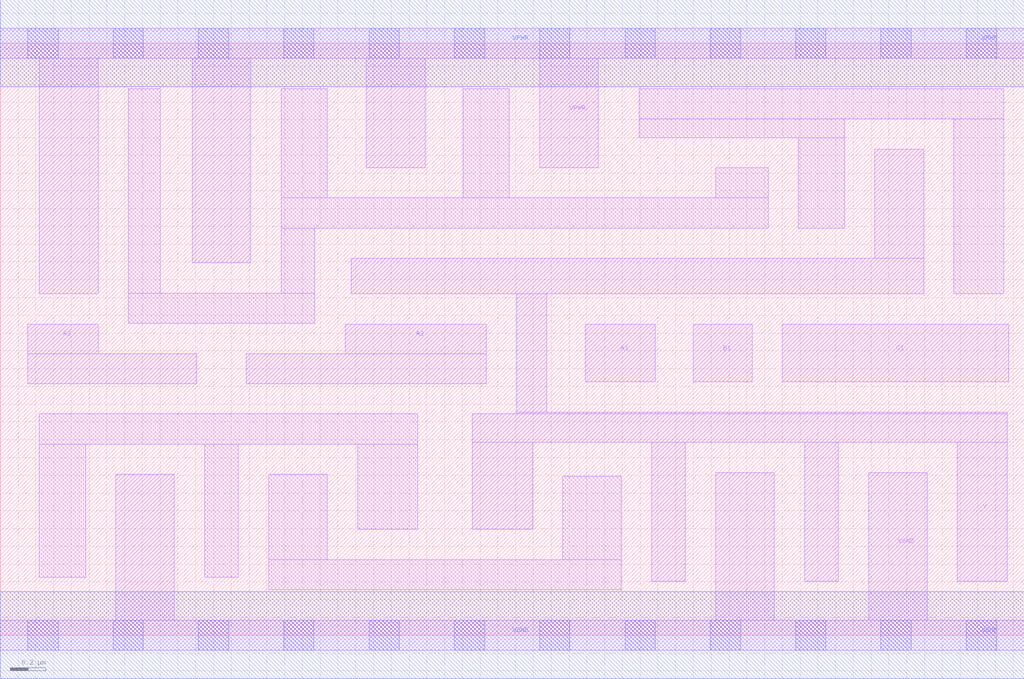
<source format=lef>
# Copyright 2020 The SkyWater PDK Authors
#
# Licensed under the Apache License, Version 2.0 (the "License");
# you may not use this file except in compliance with the License.
# You may obtain a copy of the License at
#
#     https://www.apache.org/licenses/LICENSE-2.0
#
# Unless required by applicable law or agreed to in writing, software
# distributed under the License is distributed on an "AS IS" BASIS,
# WITHOUT WARRANTIES OR CONDITIONS OF ANY KIND, either express or implied.
# See the License for the specific language governing permissions and
# limitations under the License.
#
# SPDX-License-Identifier: Apache-2.0

VERSION 5.7 ;
  NAMESCASESENSITIVE ON ;
  NOWIREEXTENSIONATPIN ON ;
  DIVIDERCHAR "/" ;
  BUSBITCHARS "[]" ;
UNITS
  DATABASE MICRONS 200 ;
END UNITS
MACRO sky130_fd_sc_lp__a311oi_2
  CLASS CORE ;
  SOURCE USER ;
  FOREIGN sky130_fd_sc_lp__a311oi_2 ;
  ORIGIN  0.000000  0.000000 ;
  SIZE  5.760000 BY  3.330000 ;
  SYMMETRY X Y R90 ;
  SITE unit ;
  PIN A1
    ANTENNAGATEAREA  0.630000 ;
    DIRECTION INPUT ;
    USE SIGNAL ;
    PORT
      LAYER li1 ;
        RECT 3.290000 1.425000 3.685000 1.750000 ;
    END
  END A1
  PIN A2
    ANTENNAGATEAREA  0.630000 ;
    DIRECTION INPUT ;
    USE SIGNAL ;
    PORT
      LAYER li1 ;
        RECT 1.385000 1.415000 2.735000 1.585000 ;
        RECT 1.940000 1.585000 2.735000 1.750000 ;
    END
  END A2
  PIN A3
    ANTENNAGATEAREA  0.630000 ;
    DIRECTION INPUT ;
    USE SIGNAL ;
    PORT
      LAYER li1 ;
        RECT 0.155000 1.415000 1.105000 1.585000 ;
        RECT 0.155000 1.585000 0.550000 1.750000 ;
    END
  END A3
  PIN B1
    ANTENNAGATEAREA  0.630000 ;
    DIRECTION INPUT ;
    USE SIGNAL ;
    PORT
      LAYER li1 ;
        RECT 3.900000 1.425000 4.230000 1.750000 ;
    END
  END B1
  PIN C1
    ANTENNAGATEAREA  0.630000 ;
    DIRECTION INPUT ;
    USE SIGNAL ;
    PORT
      LAYER li1 ;
        RECT 4.400000 1.425000 5.675000 1.750000 ;
    END
  END C1
  PIN Y
    ANTENNADIFFAREA  1.352400 ;
    DIRECTION OUTPUT ;
    USE SIGNAL ;
    PORT
      LAYER li1 ;
        RECT 1.975000 1.920000 5.195000 2.120000 ;
        RECT 2.655000 0.595000 2.995000 1.085000 ;
        RECT 2.655000 1.085000 5.665000 1.245000 ;
        RECT 2.905000 1.245000 5.665000 1.255000 ;
        RECT 2.905000 1.255000 3.075000 1.920000 ;
        RECT 3.665000 0.305000 3.855000 1.085000 ;
        RECT 4.525000 0.305000 4.715000 1.085000 ;
        RECT 4.920000 2.120000 5.195000 2.735000 ;
        RECT 5.385000 0.305000 5.665000 1.085000 ;
    END
  END Y
  PIN VGND
    DIRECTION INOUT ;
    USE GROUND ;
    PORT
      LAYER li1 ;
        RECT 0.000000 -0.085000 5.760000 0.085000 ;
        RECT 0.650000  0.085000 0.980000 0.905000 ;
        RECT 4.025000  0.085000 4.355000 0.915000 ;
        RECT 4.885000  0.085000 5.215000 0.915000 ;
      LAYER mcon ;
        RECT 0.155000 -0.085000 0.325000 0.085000 ;
        RECT 0.635000 -0.085000 0.805000 0.085000 ;
        RECT 1.115000 -0.085000 1.285000 0.085000 ;
        RECT 1.595000 -0.085000 1.765000 0.085000 ;
        RECT 2.075000 -0.085000 2.245000 0.085000 ;
        RECT 2.555000 -0.085000 2.725000 0.085000 ;
        RECT 3.035000 -0.085000 3.205000 0.085000 ;
        RECT 3.515000 -0.085000 3.685000 0.085000 ;
        RECT 3.995000 -0.085000 4.165000 0.085000 ;
        RECT 4.475000 -0.085000 4.645000 0.085000 ;
        RECT 4.955000 -0.085000 5.125000 0.085000 ;
        RECT 5.435000 -0.085000 5.605000 0.085000 ;
      LAYER met1 ;
        RECT 0.000000 -0.245000 5.760000 0.245000 ;
    END
  END VGND
  PIN VPWR
    DIRECTION INOUT ;
    USE POWER ;
    PORT
      LAYER li1 ;
        RECT 0.000000 3.245000 5.760000 3.415000 ;
        RECT 0.220000 1.920000 0.550000 3.245000 ;
        RECT 1.080000 2.095000 1.410000 3.245000 ;
        RECT 2.060000 2.630000 2.390000 3.245000 ;
        RECT 3.035000 2.630000 3.365000 3.245000 ;
      LAYER mcon ;
        RECT 0.155000 3.245000 0.325000 3.415000 ;
        RECT 0.635000 3.245000 0.805000 3.415000 ;
        RECT 1.115000 3.245000 1.285000 3.415000 ;
        RECT 1.595000 3.245000 1.765000 3.415000 ;
        RECT 2.075000 3.245000 2.245000 3.415000 ;
        RECT 2.555000 3.245000 2.725000 3.415000 ;
        RECT 3.035000 3.245000 3.205000 3.415000 ;
        RECT 3.515000 3.245000 3.685000 3.415000 ;
        RECT 3.995000 3.245000 4.165000 3.415000 ;
        RECT 4.475000 3.245000 4.645000 3.415000 ;
        RECT 4.955000 3.245000 5.125000 3.415000 ;
        RECT 5.435000 3.245000 5.605000 3.415000 ;
      LAYER met1 ;
        RECT 0.000000 3.085000 5.760000 3.575000 ;
    END
  END VPWR
  OBS
    LAYER li1 ;
      RECT 0.220000 0.325000 0.480000 1.075000 ;
      RECT 0.220000 1.075000 2.350000 1.245000 ;
      RECT 0.720000 1.755000 1.770000 1.925000 ;
      RECT 0.720000 1.925000 0.900000 3.075000 ;
      RECT 1.150000 0.325000 1.340000 1.075000 ;
      RECT 1.510000 0.255000 3.495000 0.425000 ;
      RECT 1.510000 0.425000 1.840000 0.905000 ;
      RECT 1.580000 1.925000 1.770000 2.290000 ;
      RECT 1.580000 2.290000 4.320000 2.460000 ;
      RECT 1.580000 2.460000 1.840000 3.075000 ;
      RECT 2.010000 0.595000 2.350000 1.075000 ;
      RECT 2.605000 2.460000 2.865000 3.075000 ;
      RECT 3.165000 0.425000 3.495000 0.895000 ;
      RECT 3.595000 2.800000 4.750000 2.905000 ;
      RECT 3.595000 2.905000 5.645000 3.075000 ;
      RECT 4.025000 2.460000 4.320000 2.630000 ;
      RECT 4.490000 2.290000 4.750000 2.800000 ;
      RECT 5.365000 1.920000 5.645000 2.905000 ;
  END
END sky130_fd_sc_lp__a311oi_2

</source>
